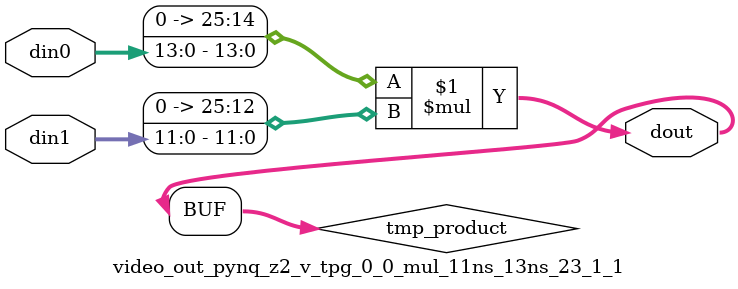
<source format=v>

`timescale 1 ns / 1 ps

 module video_out_pynq_z2_v_tpg_0_0_mul_11ns_13ns_23_1_1(din0, din1, dout);
parameter ID = 1;
parameter NUM_STAGE = 0;
parameter din0_WIDTH = 14;
parameter din1_WIDTH = 12;
parameter dout_WIDTH = 26;

input [din0_WIDTH - 1 : 0] din0; 
input [din1_WIDTH - 1 : 0] din1; 
output [dout_WIDTH - 1 : 0] dout;

wire signed [dout_WIDTH - 1 : 0] tmp_product;
























assign tmp_product = $signed({1'b0, din0}) * $signed({1'b0, din1});











assign dout = tmp_product;





















endmodule

</source>
